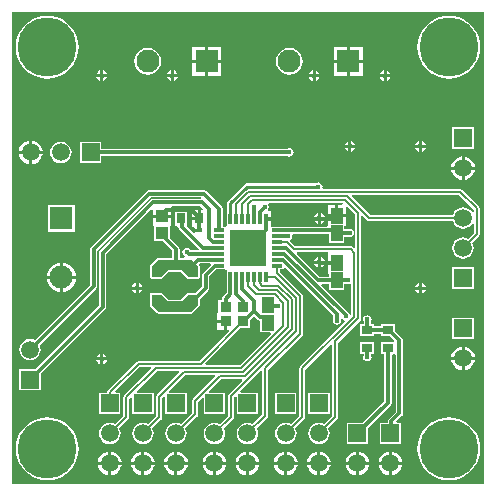
<source format=gtl>
G04*
G04 #@! TF.GenerationSoftware,Altium Limited,Altium Designer,21.7.2 (23)*
G04*
G04 Layer_Physical_Order=1*
G04 Layer_Color=255*
%FSLAX25Y25*%
%MOIN*%
G70*
G04*
G04 #@! TF.SameCoordinates,3D67BF19-0A55-4891-8FEB-F4BE30BF2CF6*
G04*
G04*
G04 #@! TF.FilePolarity,Positive*
G04*
G01*
G75*
%ADD11C,0.01000*%
%ADD12C,0.00787*%
%ADD14R,0.03961X0.04351*%
%ADD20R,0.03985X0.05241*%
%ADD21R,0.03568X0.03563*%
%ADD22R,0.03379X0.03174*%
%ADD23C,0.04039*%
%ADD33R,0.03543X0.02756*%
%ADD34R,0.02756X0.03543*%
%ADD35R,0.12402X0.12402*%
%ADD36R,0.03268X0.01181*%
%ADD37R,0.01181X0.03268*%
%ADD38C,0.01181*%
%ADD39R,0.05906X0.05906*%
%ADD40C,0.05906*%
%ADD41R,0.05906X0.05906*%
%ADD42C,0.07677*%
%ADD43R,0.07677X0.07677*%
%ADD44R,0.07677X0.07677*%
%ADD45C,0.19685*%
%ADD46C,0.01575*%
%ADD47C,0.02756*%
G36*
X157480Y0D02*
X0D01*
Y157480D01*
X157480D01*
Y0D01*
D02*
G37*
%LPC*%
G36*
X117044Y145783D02*
X112706D01*
Y141445D01*
X117044D01*
Y145783D01*
D02*
G37*
G36*
X111706D02*
X107367D01*
Y141445D01*
X111706D01*
Y145783D01*
D02*
G37*
G36*
X69799Y145783D02*
X65461D01*
Y141445D01*
X69799D01*
Y145783D01*
D02*
G37*
G36*
X64461D02*
X60122D01*
Y141445D01*
X64461D01*
Y145783D01*
D02*
G37*
G36*
X124909Y137943D02*
Y136721D01*
X126132D01*
X126093Y136918D01*
X125698Y137509D01*
X125107Y137904D01*
X124909Y137943D01*
D02*
G37*
G36*
X123909D02*
X123712Y137904D01*
X123121Y137509D01*
X122726Y136918D01*
X122687Y136721D01*
X123909D01*
Y137943D01*
D02*
G37*
G36*
X101287D02*
Y136721D01*
X102510D01*
X102471Y136918D01*
X102076Y137509D01*
X101485Y137904D01*
X101287Y137943D01*
D02*
G37*
G36*
X100287D02*
X100090Y137904D01*
X99499Y137509D01*
X99104Y136918D01*
X99064Y136721D01*
X100287D01*
Y137943D01*
D02*
G37*
G36*
X54043D02*
Y136721D01*
X55266D01*
X55227Y136918D01*
X54832Y137509D01*
X54241Y137904D01*
X54043Y137943D01*
D02*
G37*
G36*
X53043D02*
X52846Y137904D01*
X52255Y137509D01*
X51860Y136918D01*
X51820Y136721D01*
X53043D01*
Y137943D01*
D02*
G37*
G36*
X30421D02*
Y136721D01*
X31644D01*
X31605Y136918D01*
X31210Y137509D01*
X30619Y137904D01*
X30421Y137943D01*
D02*
G37*
G36*
X29421D02*
X29224Y137904D01*
X28633Y137509D01*
X28238Y136918D01*
X28198Y136721D01*
X29421D01*
Y137943D01*
D02*
G37*
G36*
X92521Y145412D02*
X91364Y145260D01*
X90287Y144814D01*
X89362Y144104D01*
X88652Y143179D01*
X88205Y142101D01*
X88053Y140945D01*
X88205Y139789D01*
X88652Y138711D01*
X89362Y137786D01*
X90287Y137076D01*
X91364Y136630D01*
X92521Y136478D01*
X93677Y136630D01*
X94754Y137076D01*
X95679Y137786D01*
X96390Y138711D01*
X96836Y139789D01*
X96988Y140945D01*
X96836Y142101D01*
X96390Y143179D01*
X95679Y144104D01*
X94754Y144814D01*
X93677Y145260D01*
X92521Y145412D01*
D02*
G37*
G36*
X45276Y145412D02*
X44119Y145260D01*
X43042Y144814D01*
X42117Y144104D01*
X41407Y143179D01*
X40960Y142101D01*
X40808Y140945D01*
X40960Y139789D01*
X41407Y138711D01*
X42117Y137786D01*
X43042Y137076D01*
X44119Y136630D01*
X45276Y136477D01*
X46432Y136630D01*
X47509Y137076D01*
X48434Y137786D01*
X49145Y138711D01*
X49591Y139789D01*
X49743Y140945D01*
X49591Y142101D01*
X49145Y143179D01*
X48434Y144104D01*
X47509Y144814D01*
X46432Y145260D01*
X45276Y145412D01*
D02*
G37*
G36*
X117044Y140445D02*
X112706D01*
Y136106D01*
X117044D01*
Y140445D01*
D02*
G37*
G36*
X111706D02*
X107367D01*
Y136106D01*
X111706D01*
Y140445D01*
D02*
G37*
G36*
X69799Y140445D02*
X65461D01*
Y136106D01*
X69799D01*
Y140445D01*
D02*
G37*
G36*
X64461D02*
X60122D01*
Y136106D01*
X64461D01*
Y140445D01*
D02*
G37*
G36*
X145669Y156135D02*
X144032Y156006D01*
X142435Y155622D01*
X140918Y154994D01*
X139518Y154136D01*
X138269Y153069D01*
X137203Y151821D01*
X136345Y150420D01*
X135716Y148903D01*
X135333Y147306D01*
X135204Y145669D01*
X135333Y144032D01*
X135716Y142435D01*
X136345Y140918D01*
X137203Y139518D01*
X138269Y138269D01*
X139518Y137203D01*
X140918Y136345D01*
X142435Y135716D01*
X144032Y135333D01*
X145669Y135204D01*
X147306Y135333D01*
X148903Y135716D01*
X150420Y136345D01*
X151821Y137203D01*
X153069Y138269D01*
X154136Y139518D01*
X154994Y140918D01*
X155622Y142435D01*
X156006Y144032D01*
X156135Y145669D01*
X156006Y147306D01*
X155622Y148903D01*
X154994Y150420D01*
X154136Y151821D01*
X153069Y153069D01*
X151821Y154136D01*
X150420Y154994D01*
X148903Y155622D01*
X147306Y156006D01*
X145669Y156135D01*
D02*
G37*
G36*
X11811D02*
X10174Y156006D01*
X8577Y155622D01*
X7060Y154994D01*
X5660Y154136D01*
X4411Y153069D01*
X3344Y151821D01*
X2486Y150420D01*
X1858Y148903D01*
X1474Y147306D01*
X1346Y145669D01*
X1474Y144032D01*
X1858Y142435D01*
X2486Y140918D01*
X3344Y139518D01*
X4411Y138269D01*
X5660Y137203D01*
X7060Y136345D01*
X8577Y135716D01*
X10174Y135333D01*
X11811Y135204D01*
X13448Y135333D01*
X15045Y135716D01*
X16562Y136345D01*
X17962Y137203D01*
X19211Y138269D01*
X20278Y139518D01*
X21136Y140918D01*
X21764Y142435D01*
X22148Y144032D01*
X22276Y145669D01*
X22148Y147306D01*
X21764Y148903D01*
X21136Y150420D01*
X20278Y151821D01*
X19211Y153069D01*
X17962Y154136D01*
X16562Y154994D01*
X15045Y155622D01*
X13448Y156006D01*
X11811Y156135D01*
D02*
G37*
G36*
X126132Y135721D02*
X124909D01*
Y134497D01*
X125107Y134537D01*
X125698Y134932D01*
X126093Y135523D01*
X126132Y135721D01*
D02*
G37*
G36*
X123909D02*
X122687D01*
X122726Y135523D01*
X123121Y134932D01*
X123712Y134537D01*
X123909Y134497D01*
Y135721D01*
D02*
G37*
G36*
X102510D02*
X101287D01*
Y134497D01*
X101485Y134537D01*
X102076Y134932D01*
X102471Y135523D01*
X102510Y135721D01*
D02*
G37*
G36*
X100287D02*
X99064D01*
X99104Y135523D01*
X99499Y134932D01*
X100090Y134537D01*
X100287Y134497D01*
Y135721D01*
D02*
G37*
G36*
X55266D02*
X54043D01*
Y134497D01*
X54241Y134537D01*
X54832Y134932D01*
X55227Y135523D01*
X55266Y135721D01*
D02*
G37*
G36*
X53043D02*
X51820D01*
X51860Y135523D01*
X52255Y134932D01*
X52846Y134537D01*
X53043Y134497D01*
Y135721D01*
D02*
G37*
G36*
X31644D02*
X30421D01*
Y134497D01*
X30619Y134537D01*
X31210Y134932D01*
X31605Y135523D01*
X31644Y135721D01*
D02*
G37*
G36*
X29421D02*
X28198D01*
X28238Y135523D01*
X28633Y134932D01*
X29224Y134537D01*
X29421Y134497D01*
Y135721D01*
D02*
G37*
G36*
X136721Y114321D02*
Y113099D01*
X137943D01*
X137904Y113296D01*
X137509Y113887D01*
X136918Y114282D01*
X136721Y114321D01*
D02*
G37*
G36*
X135721D02*
X135523Y114282D01*
X134932Y113887D01*
X134537Y113296D01*
X134497Y113099D01*
X135721D01*
Y114321D01*
D02*
G37*
G36*
X113099D02*
Y113099D01*
X114321D01*
X114282Y113296D01*
X113887Y113887D01*
X113296Y114282D01*
X113099Y114321D01*
D02*
G37*
G36*
X112099D02*
X111901Y114282D01*
X111310Y113887D01*
X110915Y113296D01*
X110875Y113099D01*
X112099D01*
Y114321D01*
D02*
G37*
G36*
X153937Y118898D02*
X146850D01*
Y111811D01*
X153937D01*
Y118898D01*
D02*
G37*
G36*
X6839Y114551D02*
Y111130D01*
X10260D01*
X10190Y111662D01*
X9791Y112623D01*
X9158Y113449D01*
X8332Y114083D01*
X7371Y114481D01*
X6839Y114551D01*
D02*
G37*
G36*
X5839D02*
X5307Y114481D01*
X4345Y114083D01*
X3519Y113449D01*
X2886Y112623D01*
X2488Y111662D01*
X2417Y111130D01*
X5839D01*
Y114551D01*
D02*
G37*
G36*
X137943Y112099D02*
X136721D01*
Y110875D01*
X136918Y110915D01*
X137509Y111310D01*
X137904Y111901D01*
X137943Y112099D01*
D02*
G37*
G36*
X135721D02*
X134497D01*
X134537Y111901D01*
X134932Y111310D01*
X135523Y110915D01*
X135721Y110875D01*
Y112099D01*
D02*
G37*
G36*
X114321D02*
X113099D01*
Y110875D01*
X113296Y110915D01*
X113887Y111310D01*
X114282Y111901D01*
X114321Y112099D01*
D02*
G37*
G36*
X112099D02*
X110875D01*
X110915Y111901D01*
X111310Y111310D01*
X111901Y110915D01*
X112099Y110875D01*
Y112099D01*
D02*
G37*
G36*
X29882Y114173D02*
X22795D01*
Y107087D01*
X29882D01*
Y109426D01*
X91842D01*
X91982Y109332D01*
X92520Y109225D01*
X93057Y109332D01*
X93513Y109636D01*
X93818Y110092D01*
X93925Y110630D01*
X93818Y111168D01*
X93513Y111623D01*
X93057Y111928D01*
X92520Y112035D01*
X91982Y111928D01*
X91842Y111834D01*
X29882D01*
Y114173D01*
D02*
G37*
G36*
X16339Y114204D02*
X15414Y114082D01*
X14552Y113725D01*
X13812Y113157D01*
X13243Y112417D01*
X12887Y111555D01*
X12765Y110630D01*
X12887Y109705D01*
X13243Y108843D01*
X13812Y108103D01*
X14552Y107535D01*
X15414Y107178D01*
X16339Y107056D01*
X17264Y107178D01*
X18125Y107535D01*
X18866Y108103D01*
X19434Y108843D01*
X19791Y109705D01*
X19913Y110630D01*
X19791Y111555D01*
X19434Y112417D01*
X18866Y113157D01*
X18125Y113725D01*
X17264Y114082D01*
X16339Y114204D01*
D02*
G37*
G36*
X10260Y110130D02*
X6839D01*
Y106709D01*
X7371Y106779D01*
X8332Y107177D01*
X9158Y107811D01*
X9791Y108636D01*
X10190Y109598D01*
X10260Y110130D01*
D02*
G37*
G36*
X5839D02*
X2417D01*
X2488Y109598D01*
X2886Y108636D01*
X3519Y107811D01*
X4345Y107177D01*
X5307Y106779D01*
X5839Y106709D01*
Y110130D01*
D02*
G37*
G36*
X150894Y109275D02*
Y105854D01*
X154315D01*
X154245Y106386D01*
X153846Y107348D01*
X153213Y108174D01*
X152387Y108807D01*
X151426Y109205D01*
X150894Y109275D01*
D02*
G37*
G36*
X149894D02*
X149362Y109205D01*
X148400Y108807D01*
X147575Y108174D01*
X146941Y107348D01*
X146543Y106386D01*
X146473Y105854D01*
X149894D01*
Y109275D01*
D02*
G37*
G36*
X154315Y104854D02*
X150894D01*
Y101433D01*
X151426Y101503D01*
X152387Y101902D01*
X153213Y102535D01*
X153846Y103361D01*
X154245Y104323D01*
X154315Y104854D01*
D02*
G37*
G36*
X149894D02*
X146473D01*
X146543Y104323D01*
X146941Y103361D01*
X147575Y102535D01*
X148400Y101902D01*
X149362Y101503D01*
X149894Y101433D01*
Y104854D01*
D02*
G37*
G36*
X102165Y100618D02*
X101628Y100511D01*
X101349Y100324D01*
X78452D01*
X78452Y100324D01*
X78027Y100240D01*
X77666Y99999D01*
X77666Y99999D01*
X72048Y94381D01*
X71807Y94020D01*
X71723Y93595D01*
X71723Y93595D01*
Y90650D01*
X71653D01*
Y86201D01*
X71653D01*
X71539Y85941D01*
X71087Y85827D01*
X70613D01*
X70259Y86180D01*
Y91772D01*
X70259Y91772D01*
X70168Y92233D01*
X69907Y92623D01*
X64828Y97702D01*
X64437Y97963D01*
X63976Y98055D01*
X63976Y98055D01*
X45866D01*
X45866Y98055D01*
X45405Y97963D01*
X45015Y97702D01*
X26411Y79098D01*
X26150Y78707D01*
X26058Y78247D01*
X26058Y78247D01*
Y66541D01*
X7610Y48093D01*
X7027Y48334D01*
X6102Y48456D01*
X5177Y48334D01*
X4315Y47977D01*
X3575Y47409D01*
X3007Y46669D01*
X2650Y45807D01*
X2528Y44882D01*
X2650Y43957D01*
X3007Y43095D01*
X3575Y42355D01*
X4315Y41787D01*
X5177Y41430D01*
X6102Y41308D01*
X7027Y41430D01*
X7889Y41787D01*
X8630Y42355D01*
X9197Y43095D01*
X9554Y43957D01*
X9676Y44882D01*
X9554Y45807D01*
X9313Y46390D01*
X28114Y65190D01*
X28114Y65190D01*
X28375Y65581D01*
X28467Y66042D01*
Y77748D01*
X46365Y95646D01*
X63039D01*
X63086Y95602D01*
X62920Y95180D01*
X62833Y95102D01*
X47047D01*
X46586Y95010D01*
X46196Y94749D01*
X29463Y78017D01*
X29202Y77626D01*
X29111Y77165D01*
X29111Y77165D01*
Y59593D01*
X7943Y38425D01*
X2559D01*
Y31339D01*
X9646D01*
Y36722D01*
X31166Y58243D01*
X31166Y58243D01*
X31427Y58634D01*
X31519Y59095D01*
X31519Y59095D01*
Y76666D01*
X46557Y91705D01*
X47019Y91513D01*
Y89872D01*
X50000D01*
X52981D01*
Y92548D01*
X53420Y92693D01*
X62887D01*
X63764Y91816D01*
X63573Y91354D01*
X62902D01*
Y88583D01*
X62402D01*
Y88083D01*
X60024D01*
Y85811D01*
X60697D01*
X60906Y85419D01*
X60908Y85311D01*
X60875Y85146D01*
X62598D01*
Y84146D01*
X60875D01*
X60898Y84032D01*
X60683Y83834D01*
X60486Y83737D01*
X58329Y85894D01*
X58465Y86221D01*
X58465D01*
Y90945D01*
X54528D01*
Y86221D01*
X55196D01*
X55489Y85827D01*
X55580Y85366D01*
X55841Y84975D01*
X62379Y78438D01*
X62187Y77976D01*
X59515D01*
X59261Y78356D01*
X58805Y78660D01*
X58268Y78767D01*
X57730Y78660D01*
X57274Y78356D01*
X56970Y77900D01*
X56863Y77362D01*
X56970Y76824D01*
X57274Y76369D01*
X57730Y76064D01*
X57781Y75942D01*
X57449Y75442D01*
X55929D01*
Y78347D01*
X55837Y78807D01*
X55576Y79198D01*
X55576Y79198D01*
X52571Y82203D01*
Y86197D01*
X52981D01*
Y88872D01*
X50000D01*
X47019D01*
Y86197D01*
X47429D01*
Y81090D01*
X50278D01*
X53520Y77848D01*
Y75442D01*
X48839D01*
X48836Y75441D01*
X48833Y75442D01*
X48610Y75348D01*
X48387Y75255D01*
X48385Y75252D01*
X48382Y75251D01*
X46217Y73046D01*
X46127Y72822D01*
X46034Y72598D01*
Y69095D01*
X46221Y68642D01*
X46673Y68455D01*
X49724D01*
X49947Y68547D01*
X50171Y68637D01*
X52327Y70739D01*
X56335D01*
X58491Y68637D01*
X58714Y68547D01*
X58937Y68455D01*
X61988D01*
X62440Y68642D01*
X62627Y69095D01*
Y72598D01*
X62535Y72821D01*
X62444Y73046D01*
X62321Y73172D01*
X62602Y73599D01*
X66124D01*
X66316Y73137D01*
X63715Y70537D01*
X63454Y70146D01*
X63363Y69685D01*
X63363Y69685D01*
Y65910D01*
X61281Y63828D01*
X58937D01*
X58714Y63736D01*
X58491Y63647D01*
X56335Y61545D01*
X52327D01*
X50171Y63647D01*
X49947Y63736D01*
X49724Y63828D01*
X46673D01*
X46221Y63641D01*
X46034Y63189D01*
Y59685D01*
X46126Y59462D01*
X46217Y59237D01*
X48382Y57032D01*
X48385Y57031D01*
X48387Y57028D01*
X48610Y56936D01*
X48833Y56841D01*
X48836Y56842D01*
X48839Y56841D01*
X59823D01*
X59826Y56842D01*
X59829Y56841D01*
X60052Y56936D01*
X60275Y57028D01*
X60276Y57031D01*
X60279Y57032D01*
X62444Y59237D01*
X62535Y59461D01*
X62627Y59685D01*
Y61768D01*
X65418Y64559D01*
X65418Y64559D01*
X65680Y64950D01*
X65771Y65411D01*
X65771Y65411D01*
Y69186D01*
X68215Y71630D01*
X69055D01*
X69172Y71653D01*
X71087D01*
X71539Y71539D01*
X71653Y71280D01*
X71653D01*
Y69172D01*
X71630Y69055D01*
Y63885D01*
X70408Y62663D01*
X70147Y62272D01*
X70056Y61811D01*
X69755Y61430D01*
X68885D01*
Y57110D01*
X68476D01*
Y54829D01*
X71260D01*
Y54329D01*
X71760D01*
Y51547D01*
X72309D01*
X72500Y51085D01*
X62577Y41161D01*
X42323D01*
X41939Y41085D01*
X41613Y40867D01*
X32057Y31311D01*
X31840Y30986D01*
X31764Y30602D01*
Y30472D01*
X29134D01*
Y23386D01*
X36220D01*
Y30472D01*
X34710D01*
X34519Y30934D01*
X42739Y39154D01*
X46333D01*
X46525Y38692D01*
X37479Y29647D01*
X37262Y29321D01*
X37185Y28937D01*
Y22857D01*
X34386Y20057D01*
X33602Y20381D01*
X32677Y20503D01*
X31752Y20381D01*
X30890Y20024D01*
X30150Y19456D01*
X29582Y18716D01*
X29225Y17854D01*
X29103Y16929D01*
X29225Y16004D01*
X29582Y15142D01*
X30150Y14402D01*
X30890Y13834D01*
X31752Y13477D01*
X32677Y13355D01*
X33602Y13477D01*
X34464Y13834D01*
X35204Y14402D01*
X35772Y15142D01*
X36129Y16004D01*
X36251Y16929D01*
X36129Y17854D01*
X35805Y18638D01*
X38899Y21731D01*
X39116Y22057D01*
X39193Y22441D01*
Y28521D01*
X39696Y29024D01*
X40157Y28833D01*
Y23386D01*
X47244D01*
Y30472D01*
X41797D01*
X41605Y30934D01*
X48447Y37776D01*
X55585D01*
X55777Y37314D01*
X48306Y29844D01*
X48089Y29518D01*
X48012Y29134D01*
Y22660D01*
X45409Y20057D01*
X44626Y20381D01*
X43701Y20503D01*
X42776Y20381D01*
X41914Y20024D01*
X41174Y19456D01*
X40606Y18716D01*
X40249Y17854D01*
X40127Y16929D01*
X40249Y16004D01*
X40606Y15142D01*
X41174Y14402D01*
X41914Y13834D01*
X42776Y13477D01*
X43701Y13355D01*
X44626Y13477D01*
X45488Y13834D01*
X46228Y14402D01*
X46796Y15142D01*
X47153Y16004D01*
X47275Y16929D01*
X47153Y17854D01*
X46828Y18638D01*
X49725Y21534D01*
X49943Y21860D01*
X50019Y22244D01*
Y28718D01*
X50719Y29418D01*
X51181Y29227D01*
Y23386D01*
X58268D01*
Y30472D01*
X52427D01*
X52236Y30934D01*
X57699Y36398D01*
X67619D01*
X67810Y35936D01*
X60314Y28440D01*
X60097Y28115D01*
X60020Y27731D01*
Y23644D01*
X56433Y20057D01*
X55649Y20381D01*
X54724Y20503D01*
X53799Y20381D01*
X52938Y20024D01*
X52197Y19456D01*
X51629Y18716D01*
X51272Y17854D01*
X51151Y16929D01*
X51272Y16004D01*
X51629Y15142D01*
X52197Y14402D01*
X52938Y13834D01*
X53799Y13477D01*
X54724Y13355D01*
X55649Y13477D01*
X56511Y13834D01*
X57252Y14402D01*
X57819Y15142D01*
X58176Y16004D01*
X58298Y16929D01*
X58176Y17854D01*
X57852Y18638D01*
X61733Y22519D01*
X61951Y22844D01*
X62027Y23228D01*
Y27315D01*
X63514Y28802D01*
X63976Y28611D01*
Y23386D01*
X71063D01*
Y30472D01*
X65838D01*
X65647Y30934D01*
X69732Y35020D01*
X76648D01*
X76840Y34558D01*
X72322Y30040D01*
X72104Y29715D01*
X72028Y29331D01*
Y22857D01*
X69228Y20057D01*
X68445Y20381D01*
X67520Y20503D01*
X66595Y20381D01*
X65733Y20024D01*
X64993Y19456D01*
X64425Y18716D01*
X64068Y17854D01*
X63946Y16929D01*
X64068Y16004D01*
X64425Y15142D01*
X64993Y14402D01*
X65733Y13834D01*
X66595Y13477D01*
X67520Y13355D01*
X68445Y13477D01*
X69307Y13834D01*
X70047Y14402D01*
X70615Y15142D01*
X70972Y16004D01*
X71094Y16929D01*
X70972Y17854D01*
X70647Y18638D01*
X73741Y21731D01*
X73959Y22057D01*
X74035Y22441D01*
Y28915D01*
X74538Y29418D01*
X75000Y29227D01*
Y23386D01*
X82087D01*
Y30472D01*
X76246D01*
X76054Y30934D01*
X82983Y37863D01*
X83445Y37672D01*
Y23250D01*
X80252Y20057D01*
X79468Y20381D01*
X78543Y20503D01*
X77618Y20381D01*
X76756Y20024D01*
X76016Y19456D01*
X75448Y18716D01*
X75091Y17854D01*
X74969Y16929D01*
X75091Y16004D01*
X75448Y15142D01*
X76016Y14402D01*
X76756Y13834D01*
X77618Y13477D01*
X78543Y13355D01*
X79468Y13477D01*
X80330Y13834D01*
X81070Y14402D01*
X81638Y15142D01*
X81995Y16004D01*
X82117Y16929D01*
X81995Y17854D01*
X81671Y18638D01*
X85158Y22125D01*
X85376Y22451D01*
X85452Y22835D01*
Y38167D01*
X96773Y49487D01*
X96990Y49813D01*
X97066Y50197D01*
Y62778D01*
X96990Y63162D01*
X96773Y63487D01*
X89429Y70831D01*
Y71653D01*
X90650D01*
Y72149D01*
X91111Y72340D01*
X107185Y56266D01*
Y55093D01*
X107167Y55065D01*
X107060Y54528D01*
X107167Y53990D01*
X107471Y53534D01*
X107927Y53230D01*
X108465Y53123D01*
X109002Y53230D01*
X109458Y53534D01*
X109763Y53990D01*
X109870Y54528D01*
X109763Y55065D01*
X110196Y55253D01*
X110424Y54912D01*
X110813Y54652D01*
X111002Y54134D01*
X96141Y39272D01*
X95923Y38947D01*
X95847Y38563D01*
Y22857D01*
X93047Y20057D01*
X92264Y20381D01*
X91339Y20503D01*
X90414Y20381D01*
X89552Y20024D01*
X88811Y19456D01*
X88244Y18716D01*
X87887Y17854D01*
X87765Y16929D01*
X87887Y16004D01*
X88244Y15142D01*
X88811Y14402D01*
X89552Y13834D01*
X90414Y13477D01*
X91339Y13355D01*
X92264Y13477D01*
X93125Y13834D01*
X93866Y14402D01*
X94434Y15142D01*
X94791Y16004D01*
X94912Y16929D01*
X94791Y17854D01*
X94466Y18638D01*
X97560Y21731D01*
X97777Y22057D01*
X97854Y22441D01*
Y38147D01*
X106409Y46702D01*
X106870Y46510D01*
Y22857D01*
X104071Y20057D01*
X103287Y20381D01*
X102362Y20503D01*
X101437Y20381D01*
X100575Y20024D01*
X99835Y19456D01*
X99267Y18716D01*
X98910Y17854D01*
X98788Y16929D01*
X98910Y16004D01*
X99267Y15142D01*
X99835Y14402D01*
X100575Y13834D01*
X101437Y13477D01*
X102362Y13355D01*
X103287Y13477D01*
X104149Y13834D01*
X104889Y14402D01*
X105457Y15142D01*
X105814Y16004D01*
X105936Y16929D01*
X105814Y17854D01*
X105490Y18638D01*
X108584Y21731D01*
X108801Y22057D01*
X108878Y22441D01*
Y47222D01*
X116261Y54605D01*
X116478Y54931D01*
X116555Y55315D01*
Y89247D01*
X117017Y89438D01*
X118424Y88031D01*
X118750Y87813D01*
X119134Y87737D01*
X146974D01*
X147299Y86953D01*
X147867Y86213D01*
X148607Y85645D01*
X149469Y85288D01*
X150394Y85166D01*
X151319Y85288D01*
X152181Y85645D01*
X152921Y86213D01*
X153418Y86861D01*
X153799Y86791D01*
X153918Y86729D01*
Y83683D01*
X152102Y81868D01*
X151319Y82192D01*
X150394Y82314D01*
X149469Y82192D01*
X148607Y81835D01*
X147867Y81267D01*
X147299Y80527D01*
X146942Y79665D01*
X146820Y78740D01*
X146942Y77815D01*
X147299Y76953D01*
X147867Y76213D01*
X148607Y75645D01*
X149469Y75288D01*
X150394Y75166D01*
X151319Y75288D01*
X152181Y75645D01*
X152921Y76213D01*
X153489Y76953D01*
X153846Y77815D01*
X153968Y78740D01*
X153846Y79665D01*
X153521Y80449D01*
X155631Y82558D01*
X155848Y82884D01*
X155925Y83268D01*
Y91929D01*
X155848Y92313D01*
X155631Y92639D01*
X150119Y98150D01*
X149794Y98368D01*
X149409Y98444D01*
X103865D01*
X103517Y98944D01*
X103570Y99213D01*
X103463Y99750D01*
X103159Y100206D01*
X102703Y100511D01*
X102165Y100618D01*
D02*
G37*
G36*
X61902Y91354D02*
X60024D01*
Y89083D01*
X61902D01*
Y91354D01*
D02*
G37*
G36*
X20965Y93013D02*
X12106D01*
Y84154D01*
X20965D01*
Y93013D01*
D02*
G37*
G36*
X17035Y73713D02*
Y69399D01*
X21350D01*
X21249Y70162D01*
X20762Y71339D01*
X19986Y72350D01*
X18976Y73125D01*
X17798Y73613D01*
X17035Y73713D01*
D02*
G37*
G36*
X16035D02*
X15272Y73613D01*
X14095Y73125D01*
X13084Y72350D01*
X12309Y71339D01*
X11821Y70162D01*
X11721Y69399D01*
X16035D01*
Y73713D01*
D02*
G37*
G36*
X136721Y67077D02*
Y65854D01*
X137943D01*
X137904Y66052D01*
X137509Y66643D01*
X136918Y67038D01*
X136721Y67077D01*
D02*
G37*
G36*
X135721D02*
X135523Y67038D01*
X134932Y66643D01*
X134537Y66052D01*
X134497Y65854D01*
X135721D01*
Y67077D01*
D02*
G37*
G36*
X42232D02*
Y65854D01*
X43455D01*
X43416Y66052D01*
X43021Y66643D01*
X42430Y67038D01*
X42232Y67077D01*
D02*
G37*
G36*
X41232D02*
X41035Y67038D01*
X40444Y66643D01*
X40049Y66052D01*
X40009Y65854D01*
X41232D01*
Y67077D01*
D02*
G37*
G36*
X153937Y72284D02*
X146850D01*
Y65197D01*
X153937D01*
Y72284D01*
D02*
G37*
G36*
X21350Y68399D02*
X17035D01*
Y64084D01*
X17798Y64185D01*
X18976Y64672D01*
X19986Y65448D01*
X20762Y66458D01*
X21249Y67636D01*
X21350Y68399D01*
D02*
G37*
G36*
X16035D02*
X11721D01*
X11821Y67636D01*
X12309Y66458D01*
X13084Y65448D01*
X14095Y64672D01*
X15272Y64185D01*
X16035Y64084D01*
Y68399D01*
D02*
G37*
G36*
X137943Y64854D02*
X136721D01*
Y63631D01*
X136918Y63671D01*
X137509Y64066D01*
X137904Y64657D01*
X137943Y64854D01*
D02*
G37*
G36*
X135721D02*
X134497D01*
X134537Y64657D01*
X134932Y64066D01*
X135523Y63671D01*
X135721Y63631D01*
Y64854D01*
D02*
G37*
G36*
X43455D02*
X42232D01*
Y63631D01*
X42430Y63671D01*
X43021Y64066D01*
X43416Y64657D01*
X43455Y64854D01*
D02*
G37*
G36*
X41232D02*
X40009D01*
X40049Y64657D01*
X40444Y64066D01*
X41035Y63671D01*
X41232Y63631D01*
Y64854D01*
D02*
G37*
G36*
X70760Y53829D02*
X68476D01*
Y51547D01*
X70760D01*
Y53829D01*
D02*
G37*
G36*
X153937Y55512D02*
X146850D01*
Y48425D01*
X153937D01*
Y55512D01*
D02*
G37*
G36*
X150894Y45889D02*
Y42469D01*
X154315D01*
X154245Y43000D01*
X153846Y43962D01*
X153213Y44788D01*
X152387Y45421D01*
X151426Y45820D01*
X150894Y45889D01*
D02*
G37*
G36*
X149894D02*
X149362Y45820D01*
X148400Y45421D01*
X147575Y44788D01*
X146941Y43962D01*
X146543Y43000D01*
X146473Y42469D01*
X149894D01*
Y45889D01*
D02*
G37*
G36*
X30421Y43455D02*
Y42232D01*
X31644D01*
X31605Y42430D01*
X31210Y43021D01*
X30619Y43416D01*
X30421Y43455D01*
D02*
G37*
G36*
X29421D02*
X29224Y43416D01*
X28633Y43021D01*
X28238Y42430D01*
X28198Y42232D01*
X29421D01*
Y43455D01*
D02*
G37*
G36*
X120866Y47441D02*
X116142D01*
Y43504D01*
X117300D01*
Y43001D01*
X117206Y42860D01*
X117099Y42323D01*
X117206Y41785D01*
X117510Y41329D01*
X117966Y41025D01*
X118504Y40918D01*
X119042Y41025D01*
X119497Y41329D01*
X119802Y41785D01*
X119909Y42323D01*
X119802Y42860D01*
X119708Y43001D01*
Y43504D01*
X120866D01*
Y47441D01*
D02*
G37*
G36*
X31644Y41232D02*
X30421D01*
Y40009D01*
X30619Y40049D01*
X31210Y40444D01*
X31605Y41035D01*
X31644Y41232D01*
D02*
G37*
G36*
X29421D02*
X28198D01*
X28238Y41035D01*
X28633Y40444D01*
X29224Y40049D01*
X29421Y40009D01*
Y41232D01*
D02*
G37*
G36*
X154315Y41469D02*
X150894D01*
Y38048D01*
X151426Y38118D01*
X152387Y38516D01*
X153213Y39149D01*
X153846Y39975D01*
X154245Y40937D01*
X154315Y41469D01*
D02*
G37*
G36*
X149894D02*
X146473D01*
X146543Y40937D01*
X146941Y39975D01*
X147575Y39149D01*
X148400Y38516D01*
X149362Y38118D01*
X149894Y38048D01*
Y41469D01*
D02*
G37*
G36*
X105905Y30472D02*
X98819D01*
Y23386D01*
X105905D01*
Y30472D01*
D02*
G37*
G36*
X94882D02*
X87795D01*
Y23386D01*
X94882D01*
Y30472D01*
D02*
G37*
G36*
X118504Y56326D02*
X117966Y56219D01*
X117510Y55915D01*
X117206Y55459D01*
X117099Y54921D01*
X117206Y54384D01*
X117300Y54243D01*
Y53347D01*
X116142D01*
Y49409D01*
X120866D01*
Y50174D01*
X123031D01*
Y49409D01*
X126053D01*
X127521Y47941D01*
X127314Y47441D01*
X123031D01*
Y43504D01*
X124189D01*
Y43001D01*
X124096Y42860D01*
X123989Y42323D01*
X124096Y41785D01*
X124189Y41645D01*
Y27664D01*
X116998Y20472D01*
X111614D01*
Y13386D01*
X118701D01*
Y18769D01*
X126245Y26314D01*
X126245Y26314D01*
X126506Y26704D01*
X126598Y27165D01*
X126598Y27165D01*
Y41645D01*
X126692Y41785D01*
X126799Y42323D01*
X126692Y42860D01*
X126598Y43001D01*
Y43150D01*
X126952Y43504D01*
X127756Y43504D01*
X127930Y43076D01*
Y24121D01*
X125622Y21813D01*
X125361Y21422D01*
X125269Y20962D01*
X125269Y20962D01*
Y20472D01*
X122638D01*
Y13386D01*
X129724D01*
Y20472D01*
X128341D01*
X128149Y20934D01*
X129985Y22771D01*
X129985Y22771D01*
X130246Y23161D01*
X130338Y23622D01*
X130338Y23622D01*
Y48031D01*
X130338Y48031D01*
X130246Y48492D01*
X129985Y48883D01*
X127756Y51113D01*
Y53347D01*
X123031D01*
Y52582D01*
X120866D01*
Y53347D01*
X119708D01*
Y54243D01*
X119802Y54384D01*
X119909Y54921D01*
X119802Y55459D01*
X119497Y55915D01*
X119042Y56219D01*
X118504Y56326D01*
D02*
G37*
G36*
X91839Y10850D02*
Y7429D01*
X95260D01*
X95190Y7961D01*
X94791Y8923D01*
X94158Y9748D01*
X93332Y10382D01*
X92370Y10780D01*
X91839Y10850D01*
D02*
G37*
G36*
X79043D02*
Y7429D01*
X82464D01*
X82394Y7961D01*
X81996Y8923D01*
X81362Y9748D01*
X80537Y10382D01*
X79575Y10780D01*
X79043Y10850D01*
D02*
G37*
G36*
X90839D02*
X90307Y10780D01*
X89345Y10382D01*
X88519Y9748D01*
X87886Y8923D01*
X87488Y7961D01*
X87418Y7429D01*
X90839D01*
Y10850D01*
D02*
G37*
G36*
X78043D02*
X77511Y10780D01*
X76550Y10382D01*
X75724Y9748D01*
X75091Y8923D01*
X74692Y7961D01*
X74622Y7429D01*
X78043D01*
Y10850D01*
D02*
G37*
G36*
X68020D02*
Y7429D01*
X71441D01*
X71371Y7961D01*
X70972Y8923D01*
X70339Y9748D01*
X69513Y10382D01*
X68552Y10780D01*
X68020Y10850D01*
D02*
G37*
G36*
X55224D02*
Y7429D01*
X58645D01*
X58575Y7961D01*
X58177Y8923D01*
X57544Y9748D01*
X56718Y10382D01*
X55756Y10780D01*
X55224Y10850D01*
D02*
G37*
G36*
X44201D02*
Y7429D01*
X47622D01*
X47552Y7961D01*
X47153Y8923D01*
X46520Y9748D01*
X45694Y10382D01*
X44733Y10780D01*
X44201Y10850D01*
D02*
G37*
G36*
X33177D02*
Y7429D01*
X36598D01*
X36528Y7961D01*
X36130Y8923D01*
X35496Y9748D01*
X34671Y10382D01*
X33709Y10780D01*
X33177Y10850D01*
D02*
G37*
G36*
X126681D02*
Y7429D01*
X130102D01*
X130032Y7961D01*
X129634Y8923D01*
X129000Y9748D01*
X128174Y10382D01*
X127213Y10780D01*
X126681Y10850D01*
D02*
G37*
G36*
X115657D02*
Y7429D01*
X119079D01*
X119009Y7961D01*
X118610Y8923D01*
X117977Y9748D01*
X117151Y10382D01*
X116189Y10780D01*
X115657Y10850D01*
D02*
G37*
G36*
X102862D02*
Y7429D01*
X106283D01*
X106213Y7961D01*
X105815Y8923D01*
X105181Y9748D01*
X104356Y10382D01*
X103394Y10780D01*
X102862Y10850D01*
D02*
G37*
G36*
X125681D02*
X125149Y10780D01*
X124188Y10382D01*
X123362Y9748D01*
X122728Y8923D01*
X122330Y7961D01*
X122260Y7429D01*
X125681D01*
Y10850D01*
D02*
G37*
G36*
X114657D02*
X114126Y10780D01*
X113164Y10382D01*
X112338Y9748D01*
X111705Y8923D01*
X111307Y7961D01*
X111236Y7429D01*
X114657D01*
Y10850D01*
D02*
G37*
G36*
X101862D02*
X101330Y10780D01*
X100369Y10382D01*
X99543Y9748D01*
X98909Y8923D01*
X98511Y7961D01*
X98441Y7429D01*
X101862D01*
Y10850D01*
D02*
G37*
G36*
X67020D02*
X66488Y10780D01*
X65526Y10382D01*
X64701Y9748D01*
X64067Y8923D01*
X63669Y7961D01*
X63599Y7429D01*
X67020D01*
Y10850D01*
D02*
G37*
G36*
X54224D02*
X53693Y10780D01*
X52731Y10382D01*
X51905Y9748D01*
X51272Y8923D01*
X50873Y7961D01*
X50803Y7429D01*
X54224D01*
Y10850D01*
D02*
G37*
G36*
X43201D02*
X42669Y10780D01*
X41707Y10382D01*
X40882Y9748D01*
X40248Y8923D01*
X39850Y7961D01*
X39780Y7429D01*
X43201D01*
Y10850D01*
D02*
G37*
G36*
X32177D02*
X31645Y10780D01*
X30684Y10382D01*
X29858Y9748D01*
X29225Y8923D01*
X28826Y7961D01*
X28756Y7429D01*
X32177D01*
Y10850D01*
D02*
G37*
G36*
X95260Y6429D02*
X91839D01*
Y3008D01*
X92370Y3078D01*
X93332Y3476D01*
X94158Y4110D01*
X94791Y4936D01*
X95190Y5897D01*
X95260Y6429D01*
D02*
G37*
G36*
X82464D02*
X79043D01*
Y3008D01*
X79575Y3078D01*
X80537Y3476D01*
X81362Y4110D01*
X81996Y4936D01*
X82394Y5897D01*
X82464Y6429D01*
D02*
G37*
G36*
X130102Y6429D02*
X126681D01*
Y3008D01*
X127213Y3078D01*
X128174Y3476D01*
X129000Y4110D01*
X129634Y4936D01*
X130032Y5897D01*
X130102Y6429D01*
D02*
G37*
G36*
X119079D02*
X115657D01*
Y3008D01*
X116189Y3078D01*
X117151Y3476D01*
X117977Y4110D01*
X118610Y4936D01*
X119009Y5897D01*
X119079Y6429D01*
D02*
G37*
G36*
X106283D02*
X102862D01*
Y3008D01*
X103394Y3078D01*
X104356Y3476D01*
X105181Y4110D01*
X105815Y4936D01*
X106213Y5897D01*
X106283Y6429D01*
D02*
G37*
G36*
X71441D02*
X68020D01*
Y3008D01*
X68552Y3078D01*
X69513Y3476D01*
X70339Y4110D01*
X70972Y4936D01*
X71371Y5897D01*
X71441Y6429D01*
D02*
G37*
G36*
X58645D02*
X55224D01*
Y3008D01*
X55756Y3078D01*
X56718Y3476D01*
X57544Y4110D01*
X58177Y4936D01*
X58575Y5897D01*
X58645Y6429D01*
D02*
G37*
G36*
X36598D02*
X33177D01*
Y3008D01*
X33709Y3078D01*
X34671Y3476D01*
X35496Y4110D01*
X36130Y4936D01*
X36528Y5897D01*
X36598Y6429D01*
D02*
G37*
G36*
X47622D02*
X44201D01*
Y3008D01*
X44733Y3078D01*
X45694Y3476D01*
X46520Y4110D01*
X47153Y4936D01*
X47552Y5897D01*
X47622Y6429D01*
D02*
G37*
G36*
X125681D02*
X122260D01*
X122330Y5897D01*
X122728Y4936D01*
X123362Y4110D01*
X124188Y3476D01*
X125149Y3078D01*
X125681Y3008D01*
Y6429D01*
D02*
G37*
G36*
X114657D02*
X111236D01*
X111307Y5897D01*
X111705Y4936D01*
X112338Y4110D01*
X113164Y3476D01*
X114126Y3078D01*
X114657Y3008D01*
Y6429D01*
D02*
G37*
G36*
X101862D02*
X98441D01*
X98511Y5897D01*
X98909Y4936D01*
X99543Y4110D01*
X100369Y3476D01*
X101330Y3078D01*
X101862Y3008D01*
Y6429D01*
D02*
G37*
G36*
X67020D02*
X63599D01*
X63669Y5897D01*
X64067Y4936D01*
X64701Y4110D01*
X65526Y3476D01*
X66488Y3078D01*
X67020Y3008D01*
Y6429D01*
D02*
G37*
G36*
X54224D02*
X50803D01*
X50873Y5897D01*
X51272Y4936D01*
X51905Y4110D01*
X52731Y3476D01*
X53693Y3078D01*
X54224Y3008D01*
Y6429D01*
D02*
G37*
G36*
X43201D02*
X39780D01*
X39850Y5897D01*
X40248Y4936D01*
X40882Y4110D01*
X41707Y3476D01*
X42669Y3078D01*
X43201Y3008D01*
Y6429D01*
D02*
G37*
G36*
X32177D02*
X28756D01*
X28826Y5897D01*
X29225Y4936D01*
X29858Y4110D01*
X30684Y3476D01*
X31645Y3078D01*
X32177Y3008D01*
Y6429D01*
D02*
G37*
G36*
X90839Y6429D02*
X87418D01*
X87488Y5897D01*
X87886Y4936D01*
X88519Y4110D01*
X89345Y3476D01*
X90307Y3078D01*
X90839Y3008D01*
Y6429D01*
D02*
G37*
G36*
X78043D02*
X74622D01*
X74692Y5897D01*
X75091Y4936D01*
X75724Y4110D01*
X76550Y3476D01*
X77511Y3078D01*
X78043Y3008D01*
Y6429D01*
D02*
G37*
G36*
X145669Y22276D02*
X144032Y22148D01*
X142435Y21764D01*
X140918Y21136D01*
X139518Y20278D01*
X138269Y19211D01*
X137203Y17962D01*
X136345Y16562D01*
X135716Y15045D01*
X135333Y13448D01*
X135204Y11811D01*
X135333Y10174D01*
X135716Y8577D01*
X136345Y7060D01*
X137203Y5660D01*
X138269Y4411D01*
X139518Y3344D01*
X140918Y2486D01*
X142435Y1858D01*
X144032Y1474D01*
X145669Y1346D01*
X147306Y1474D01*
X148903Y1858D01*
X150420Y2486D01*
X151821Y3344D01*
X153069Y4411D01*
X154136Y5660D01*
X154994Y7060D01*
X155622Y8577D01*
X156006Y10174D01*
X156135Y11811D01*
X156006Y13448D01*
X155622Y15045D01*
X154994Y16562D01*
X154136Y17962D01*
X153069Y19211D01*
X151821Y20278D01*
X150420Y21136D01*
X148903Y21764D01*
X147306Y22148D01*
X145669Y22276D01*
D02*
G37*
G36*
X11811D02*
X10174Y22148D01*
X8577Y21764D01*
X7060Y21136D01*
X5660Y20278D01*
X4411Y19211D01*
X3344Y17962D01*
X2486Y16562D01*
X1858Y15045D01*
X1474Y13448D01*
X1346Y11811D01*
X1474Y10174D01*
X1858Y8577D01*
X2486Y7060D01*
X3344Y5660D01*
X4411Y4411D01*
X5660Y3344D01*
X7060Y2486D01*
X8577Y1858D01*
X10174Y1474D01*
X11811Y1346D01*
X13448Y1474D01*
X15045Y1858D01*
X16562Y2486D01*
X17962Y3344D01*
X19211Y4411D01*
X20278Y5660D01*
X21136Y7060D01*
X21764Y8577D01*
X22148Y10174D01*
X22276Y11811D01*
X22148Y13448D01*
X21764Y15045D01*
X21136Y16562D01*
X20278Y17962D01*
X19211Y19211D01*
X17962Y20278D01*
X16562Y21136D01*
X15045Y21764D01*
X13448Y22148D01*
X11811Y22276D01*
D02*
G37*
%LPD*%
G36*
X153918Y91514D02*
Y90751D01*
X153799Y90689D01*
X153418Y90620D01*
X152921Y91267D01*
X152181Y91835D01*
X151319Y92192D01*
X150394Y92314D01*
X149469Y92192D01*
X148607Y91835D01*
X147867Y91267D01*
X147299Y90527D01*
X146974Y89744D01*
X119550D01*
X113318Y95976D01*
X113509Y96437D01*
X148994D01*
X153918Y91514D01*
D02*
G37*
G36*
X110329Y93650D02*
X110062Y93150D01*
X108768D01*
Y90030D01*
X111260D01*
Y92519D01*
X111760Y92726D01*
X114548Y89939D01*
Y78863D01*
X114086Y78672D01*
X113702Y79056D01*
X113376Y79274D01*
X112992Y79350D01*
X94462D01*
X92864Y80948D01*
X92949Y81570D01*
X93119Y81684D01*
X93424Y82139D01*
X93531Y82677D01*
X93478Y82941D01*
X93828Y83441D01*
X105685D01*
Y80488D01*
X110851D01*
Y82494D01*
X112332D01*
X112332Y82494D01*
X112362Y82500D01*
X112598Y82453D01*
X113136Y82560D01*
X113592Y82865D01*
X113896Y83321D01*
X114003Y83858D01*
X113896Y84396D01*
X113592Y84852D01*
X113136Y85156D01*
X112598Y85263D01*
X112061Y85156D01*
X111682Y84903D01*
X110851D01*
Y85909D01*
X111260D01*
Y89030D01*
X108268D01*
X105275D01*
Y85909D01*
X104800Y85850D01*
X88425D01*
X88309Y85827D01*
X86236D01*
Y87925D01*
X84646D01*
Y88925D01*
X86236D01*
Y91059D01*
X85446D01*
X85305Y91387D01*
X85267Y91559D01*
X85550Y91982D01*
X85657Y92520D01*
X85550Y93057D01*
X85467Y93182D01*
X85734Y93682D01*
X110308D01*
X110329Y93650D01*
D02*
G37*
G36*
X105275Y74282D02*
X108268D01*
Y73282D01*
X105275D01*
Y70161D01*
X105685D01*
Y69155D01*
X102714D01*
X94988Y76881D01*
X95179Y77343D01*
X105275D01*
Y74282D01*
D02*
G37*
G36*
X61988Y72598D02*
Y69095D01*
X58937D01*
X56595Y71378D01*
X52067D01*
X49724Y69095D01*
X46673D01*
Y72598D01*
X48839Y74803D01*
X59823D01*
X61988Y72598D01*
D02*
G37*
G36*
X113098Y66622D02*
X113170Y66584D01*
Y56595D01*
X112945Y56520D01*
X112670Y56511D01*
X112411Y56899D01*
X112345Y56943D01*
X112194Y57170D01*
X103079Y66285D01*
X103270Y66746D01*
X105685D01*
Y64740D01*
X110851D01*
Y66746D01*
X111939D01*
X111939Y66746D01*
X111968Y66752D01*
X112205Y66705D01*
X112670Y66798D01*
X113098Y66622D01*
D02*
G37*
G36*
X61988Y59685D02*
X59823Y57480D01*
X48839D01*
X46673Y59685D01*
Y63189D01*
X49724D01*
X52067Y60905D01*
X56595D01*
X58937Y63189D01*
X61988D01*
Y59685D01*
D02*
G37*
G36*
X81787Y54887D02*
X81787Y54887D01*
X82178Y54626D01*
X82639Y54535D01*
X82850Y54120D01*
Y50567D01*
X86154D01*
X86346Y50105D01*
X76024Y39783D01*
X64690D01*
X64499Y40245D01*
X76305Y52051D01*
X79445D01*
Y54702D01*
X80709Y55966D01*
X81787Y54887D01*
D02*
G37*
%LPC*%
G36*
X107768Y93150D02*
X105275D01*
Y90030D01*
X107768D01*
Y93150D01*
D02*
G37*
G36*
X103059Y90306D02*
Y89083D01*
X104282D01*
X104243Y89280D01*
X103848Y89871D01*
X103256Y90266D01*
X103059Y90306D01*
D02*
G37*
G36*
X102059D02*
X101862Y90266D01*
X101270Y89871D01*
X100875Y89280D01*
X100836Y89083D01*
X102059D01*
Y90306D01*
D02*
G37*
G36*
X104282Y88083D02*
X103059D01*
Y86860D01*
X103256Y86899D01*
X103848Y87294D01*
X104243Y87885D01*
X104282Y88083D01*
D02*
G37*
G36*
X102059D02*
X100836D01*
X100875Y87885D01*
X101270Y87294D01*
X101862Y86899D01*
X102059Y86860D01*
Y88083D01*
D02*
G37*
G36*
X103059Y75739D02*
Y74516D01*
X104282D01*
X104243Y74713D01*
X103848Y75304D01*
X103256Y75700D01*
X103059Y75739D01*
D02*
G37*
G36*
X102059D02*
X101862Y75700D01*
X101270Y75304D01*
X100875Y74713D01*
X100836Y74516D01*
X102059D01*
Y75739D01*
D02*
G37*
G36*
X104282Y73516D02*
X103059D01*
Y72293D01*
X103256Y72332D01*
X103848Y72727D01*
X104243Y73318D01*
X104282Y73516D01*
D02*
G37*
G36*
X102059D02*
X100836D01*
X100875Y73318D01*
X101270Y72727D01*
X101862Y72332D01*
X102059Y72293D01*
Y73516D01*
D02*
G37*
%LPD*%
D11*
X78452Y99213D02*
X102165D01*
X72835Y93595D02*
X78452Y99213D01*
X72835Y88425D02*
Y93595D01*
D12*
X112992Y78347D02*
X114173Y77165D01*
X94046Y78347D02*
X112992D01*
X91684Y80709D02*
X94046Y78347D01*
X88425Y80709D02*
X91684D01*
X115551Y55315D02*
Y90354D01*
X114173Y55886D02*
Y77165D01*
X96850Y38563D02*
X114173Y55886D01*
X111221Y94685D02*
X115551Y90354D01*
X107874Y47638D02*
X115551Y55315D01*
X78780Y97441D02*
X149409D01*
X74803Y93464D02*
X78780Y97441D01*
X149409D02*
X154921Y91929D01*
X76772Y93484D02*
X79351Y96063D01*
X76772Y88425D02*
Y93484D01*
X74803Y88425D02*
Y93464D01*
X79351Y96063D02*
X111811D01*
X32677Y26929D02*
X32767Y27019D01*
Y30602D01*
X42323Y40157D02*
X62992D01*
X32767Y30602D02*
X42323Y40157D01*
X48031Y38780D02*
X76440D01*
X38189Y28937D02*
X48031Y38780D01*
X38189Y22441D02*
Y28937D01*
X61024Y27731D02*
X69317Y36024D01*
X61024Y23228D02*
Y27731D01*
X69317Y36024D02*
X77581D01*
X49016Y22244D02*
Y29134D01*
X57284Y37402D02*
X77011D01*
X49016Y29134D02*
X57284Y37402D01*
X73032Y29331D02*
X94685Y50984D01*
X73032Y22441D02*
Y29331D01*
X78543Y16929D02*
X84449Y22835D01*
Y38583D02*
X96063Y50197D01*
X84449Y22835D02*
Y38583D01*
X96063Y50197D02*
Y62778D01*
X67520Y16929D02*
X73032Y22441D01*
X54724Y16929D02*
X61024Y23228D01*
X43701Y16929D02*
X49016Y22244D01*
X32677Y16929D02*
X38189Y22441D01*
X91339Y16929D02*
X96850Y22441D01*
X102362Y16929D02*
X107874Y22441D01*
X96850Y22441D02*
Y38563D01*
X107874Y22441D02*
Y47638D01*
X77011Y37402D02*
X91929Y52320D01*
X77581Y36024D02*
X93307Y51749D01*
X76440Y38780D02*
X90551Y52891D01*
X78740Y90093D02*
Y93504D01*
X111811Y96063D02*
X119134Y88740D01*
X79921Y94685D02*
X111221D01*
X78740Y93504D02*
X79921Y94685D01*
X154921Y83268D02*
Y91929D01*
X150394Y78740D02*
X154921Y83268D01*
X68980Y80784D02*
X69055Y80709D01*
X91929Y52320D02*
Y61066D01*
X93307Y51749D02*
Y61636D01*
X88425Y70416D02*
X96063Y62778D01*
X87660Y63386D02*
X90551Y60495D01*
X87837Y69055D02*
X94685Y62207D01*
Y50984D02*
Y62207D01*
X90551Y52891D02*
Y60495D01*
X88231Y64764D02*
X91929Y61066D01*
X88802Y66142D02*
X93307Y61636D01*
X62992Y40157D02*
X77063Y54228D01*
X78740Y66142D02*
X81496Y63386D01*
X78740Y66142D02*
Y69055D01*
X80709Y66535D02*
Y69055D01*
Y66535D02*
X82480Y64764D01*
X82677Y66929D02*
Y69055D01*
Y66929D02*
X83465Y66142D01*
X88802D01*
X77063Y54228D02*
X77165D01*
X119134Y88740D02*
X150394D01*
X81496Y63386D02*
X87660D01*
X78740Y69055D02*
X78837Y68958D01*
X84646Y69055D02*
X87837D01*
X88425Y70416D02*
Y72835D01*
X82480Y64764D02*
X88231D01*
D14*
X50000Y83856D02*
D03*
Y89372D02*
D03*
D20*
X108268Y73782D02*
D03*
Y67951D02*
D03*
Y89530D02*
D03*
Y83699D02*
D03*
X85433Y59608D02*
D03*
Y53777D02*
D03*
D21*
X71260Y59057D02*
D03*
Y54329D02*
D03*
D22*
X77165Y59158D02*
D03*
Y54228D02*
D03*
D23*
X58956Y59799D02*
D03*
Y72484D02*
D03*
D33*
X118504Y45472D02*
D03*
Y51378D02*
D03*
X125394Y51378D02*
D03*
Y45472D02*
D03*
D34*
X62402Y88583D02*
D03*
X56496D02*
D03*
D35*
X78740Y78740D02*
D03*
D36*
X69055Y72835D02*
D03*
Y74803D02*
D03*
Y76772D02*
D03*
Y78740D02*
D03*
Y80709D02*
D03*
Y82677D02*
D03*
Y84646D02*
D03*
X88425D02*
D03*
Y82677D02*
D03*
Y80709D02*
D03*
Y78740D02*
D03*
Y76772D02*
D03*
Y74803D02*
D03*
Y72835D02*
D03*
D37*
X72835Y88425D02*
D03*
X74803D02*
D03*
X76772D02*
D03*
X78740D02*
D03*
X80709D02*
D03*
X82677D02*
D03*
X84646D02*
D03*
Y69055D02*
D03*
X82677D02*
D03*
X80709D02*
D03*
X78740D02*
D03*
X76772D02*
D03*
X74803D02*
D03*
X72835D02*
D03*
D38*
X62402Y88583D02*
Y88976D01*
X59842Y91535D02*
X62402Y88976D01*
X51402Y91535D02*
X59842D01*
X50000Y90134D02*
X51402Y91535D01*
X50000Y89530D02*
Y90134D01*
X62402Y84949D02*
X62598Y84752D01*
X62402Y84949D02*
Y88583D01*
X62598Y84646D02*
Y84752D01*
X85790Y59252D02*
X88779D01*
X85433Y59608D02*
X85790Y59252D01*
X84646Y88425D02*
X107163D01*
X102793Y73782D02*
X108268D01*
X102559Y74016D02*
X102793Y73782D01*
X112098Y68110D02*
X112205D01*
X111939Y67951D02*
X112098Y68110D01*
X108268Y67951D02*
X111939D01*
X107163Y88425D02*
X108268Y89530D01*
X88425Y82677D02*
X92126D01*
X26339Y110630D02*
X26339Y110630D01*
X92520D01*
X6102Y34882D02*
X30315Y59095D01*
Y77165D02*
X47047Y93898D01*
X30315Y59095D02*
Y77165D01*
X47047Y93898D02*
X63386D01*
X45866Y96850D02*
X63976D01*
X27262Y66042D02*
Y78247D01*
X45866Y96850D01*
X63386Y93898D02*
X65699Y91585D01*
Y82139D02*
Y91585D01*
X69055Y84646D02*
Y91772D01*
X63976Y96850D02*
X69055Y91772D01*
X67129Y80709D02*
X69055D01*
X65699Y82139D02*
X67129Y80709D01*
X6102Y44882D02*
X27262Y66042D01*
X118504Y51378D02*
X125787D01*
X126473Y20962D02*
X129134Y23622D01*
X125394Y27165D02*
Y45472D01*
X115157Y16929D02*
X125394Y27165D01*
X126181Y16929D02*
X126473Y17221D01*
Y20962D01*
X129134Y23622D02*
Y48031D01*
X118504Y51378D02*
X118504Y51378D01*
Y42323D02*
Y45472D01*
X118504Y45472D02*
X118504Y45472D01*
X125787Y51378D02*
X129134Y48031D01*
X107321Y84646D02*
X108268Y83699D01*
X88425Y84646D02*
X107321D01*
X82677Y90838D02*
X84252Y92413D01*
Y92520D01*
X80709Y88425D02*
Y92520D01*
X82677Y88425D02*
Y90838D01*
X58374Y77362D02*
X58965Y76772D01*
X58268Y77362D02*
X58374D01*
X58965Y76772D02*
X69055D01*
X56496Y88583D02*
X56693Y88386D01*
Y85827D02*
Y88386D01*
Y85827D02*
X63779Y78740D01*
X69055D01*
X84646Y84646D02*
Y88425D01*
X83071Y83071D02*
X84646Y84646D01*
X118504Y51378D02*
Y54921D01*
X108389Y54603D02*
Y56765D01*
X90888Y76772D02*
X111342Y56318D01*
X108389Y54603D02*
X108465Y54528D01*
X90351Y74803D02*
X108389Y56765D01*
X111342Y55981D02*
X111417Y55905D01*
X111342Y55981D02*
Y56318D01*
X102215Y67951D02*
X108268D01*
X88425Y76772D02*
X90888D01*
X88425Y78740D02*
X91425D01*
X102215Y67951D01*
X88425Y74803D02*
X90351D01*
X71150Y58947D02*
X71260Y59057D01*
X112492Y83858D02*
X112598D01*
X108268Y83699D02*
X112332D01*
X112492Y83858D01*
X64567Y69685D02*
X67716Y72835D01*
X69055D01*
X64567Y65411D02*
Y69685D01*
X58956Y59799D02*
X64567Y65411D01*
X54724Y73527D02*
X55220Y73031D01*
X50000Y83071D02*
X54724Y78347D01*
Y73527D02*
Y78347D01*
X50000Y83071D02*
Y83699D01*
X58956Y72484D02*
X59679D01*
X61998Y74803D01*
X69055D01*
X82639Y55739D02*
X84031D01*
X85433Y54337D01*
X80709Y57669D02*
X82639Y55739D01*
X85433Y53777D02*
Y54337D01*
X77268Y54228D02*
X80709Y57669D01*
X77165Y54228D02*
X77268D01*
X80709Y57669D02*
Y61024D01*
X76772Y64961D02*
X80709Y61024D01*
X76772Y64961D02*
Y69055D01*
X77165Y59158D02*
Y61024D01*
X74803Y63386D02*
X77165Y61024D01*
X74803Y63386D02*
Y69055D01*
X71260Y59057D02*
Y61811D01*
X72835Y63386D02*
Y69055D01*
X71260Y61811D02*
X72835Y63386D01*
X55220Y73031D02*
X58409D01*
X58956Y72484D01*
D39*
X6102Y34882D02*
D03*
X54724Y26929D02*
D03*
X43701D02*
D03*
X32677D02*
D03*
X126181Y16929D02*
D03*
X78543Y26929D02*
D03*
X115157Y16929D02*
D03*
X67520Y26929D02*
D03*
X91339D02*
D03*
X102362D02*
D03*
X150394Y68740D02*
D03*
X150394Y51968D02*
D03*
Y115354D02*
D03*
D40*
X6102Y44882D02*
D03*
X16339Y110630D02*
D03*
X6339D02*
D03*
X54724Y16929D02*
D03*
Y6929D02*
D03*
X43701Y16929D02*
D03*
Y6929D02*
D03*
X32677Y16929D02*
D03*
Y6929D02*
D03*
X126181D02*
D03*
X78543Y16929D02*
D03*
Y6929D02*
D03*
X115157D02*
D03*
X67520Y16929D02*
D03*
Y6929D02*
D03*
X91339Y16929D02*
D03*
Y6929D02*
D03*
X102362Y16929D02*
D03*
Y6929D02*
D03*
X150394Y88740D02*
D03*
Y78740D02*
D03*
X150394Y41969D02*
D03*
Y105354D02*
D03*
D41*
X26339Y110630D02*
D03*
D42*
X16535Y68899D02*
D03*
X92521Y140945D02*
D03*
X45276Y140945D02*
D03*
D43*
X16535Y88584D02*
D03*
D44*
X112206Y140945D02*
D03*
X64961Y140945D02*
D03*
D45*
X11811Y11811D02*
D03*
X145669Y145669D02*
D03*
X11811D02*
D03*
X145669Y11811D02*
D03*
D46*
X136221Y112599D02*
D03*
Y65354D02*
D03*
X124409Y136221D02*
D03*
X112599Y112599D02*
D03*
X100787Y136221D02*
D03*
X53543D02*
D03*
X41732Y65354D02*
D03*
X29921Y136221D02*
D03*
Y41732D02*
D03*
X62598Y84646D02*
D03*
X88779Y59252D02*
D03*
X102559Y88583D02*
D03*
Y74016D02*
D03*
X112205Y68110D02*
D03*
X92126Y82677D02*
D03*
X102165Y99213D02*
D03*
X92520Y110630D02*
D03*
X118504Y42323D02*
D03*
X125394D02*
D03*
X84252Y92520D02*
D03*
X80709D02*
D03*
X58268Y77362D02*
D03*
X118504Y54921D02*
D03*
X108465Y54528D02*
D03*
X111417Y55905D02*
D03*
X112598Y83858D02*
D03*
D47*
X83071Y83071D02*
D03*
Y74410D02*
D03*
X78740Y78740D02*
D03*
X74410Y83071D02*
D03*
Y74410D02*
D03*
M02*

</source>
